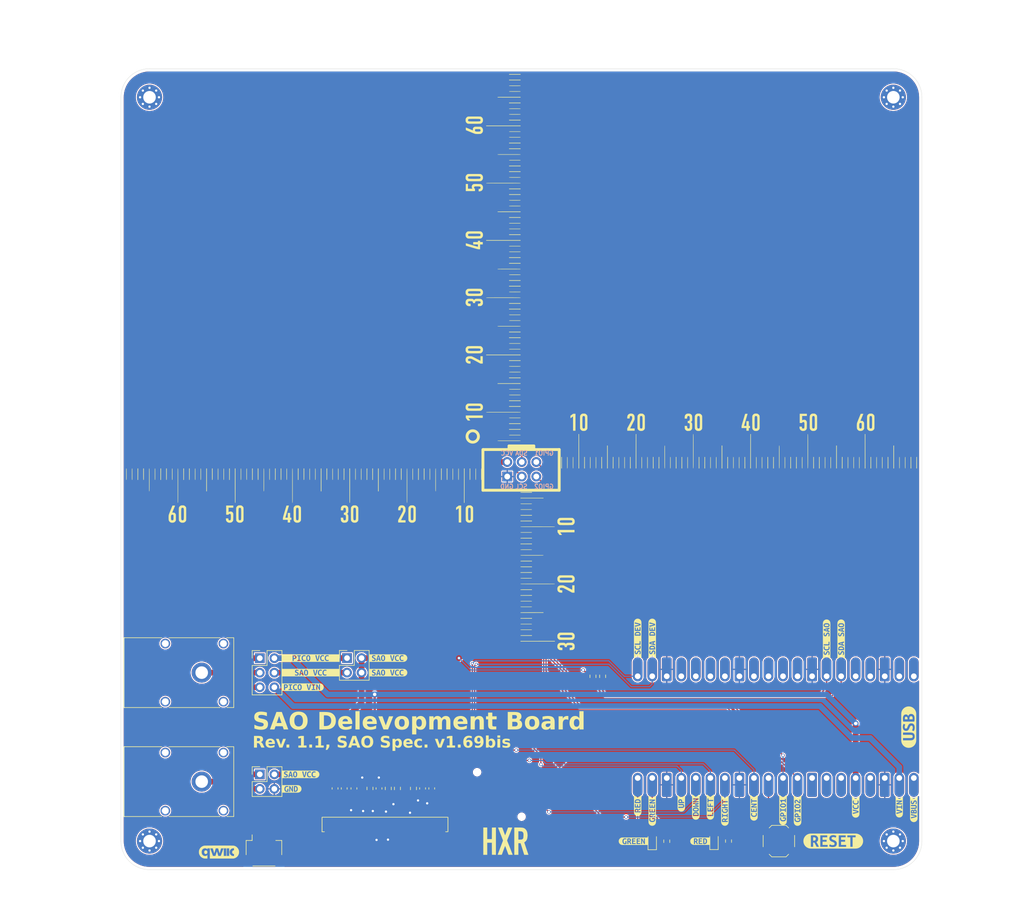
<source format=kicad_pcb>
(kicad_pcb (version 20241010) (generator "pcbnew") (generator_version "8.99")
  (title_block (title "SAO Dev Board") (date "2024-10-15") (rev "1.1") (company "HXR.DK"))
  (layers (0 "F.Cu" signal) (2 "B.Cu" signal) (13 "F.Paste" user) (15 "B.Paste" user) (5 "F.SilkS" user "F.Silkscreen") (7 "B.SilkS" user "B.Silkscreen") (1 "F.Mask" user) (3 "B.Mask" user) (25 "Edge.Cuts" user))
  (net 0 "")
  (net 1 "Net-(OLEDM1-CAP2P)")
  (net 2 "Net-(OLEDM1-CAP2N)")
  (net 3 "Net-(OLEDM1-CAP1N)")
  (net 4 "Net-(OLEDM1-CAP1P)")
  (net 5 "VCC")
  (net 6 "Net-(OLEDM1-BS0)")
  (net 7 "Net-(OLEDM1-VCC)")
  (net 8 "GND")
  (net 9 "Net-(OLEDM1-RES#)")
  (net 10 "Net-(OLEDM1-VCOMH)")
  (net 11 "Net-(D1-A)")
  (net 12 "Net-(D2-A)")
  (net 13 "Net-(J1-Pin_1)")
  (net 14 "Net-(J2-Pin_1)")
  (net 15 "PICO_VIN")
  (net 16 "Net-(J3-Pin_4)")
  (net 17 "SAO_VCC")
  (net 18 "I2C0_SDA")
  (net 19 "I2C0_SCL")
  (net 20 "/RPi Pico X/GP13")
  (net 21 "/RPi Pico X/GP2")
  (net 22 "/RPi Pico X/GP6")
  (net 23 "/RPi Pico X/GP7")
  (net 24 "/RPi Pico X/GP1")
  (net 25 "BTN_LEFT")
  (net 26 "/RPi Pico X/GP11")
  (net 27 "/RPi Pico X/GP3")
  (net 28 "/RPi Pico X/GP0")
  (net 29 "/RPi Pico X/GP8")
  (net 30 "LED_GREEN")
  (net 31 "/RPi Pico X/GP12")
  (net 32 "/RPi Pico X/GP10")
  (net 33 "LED_RED")
  (net 34 "/RPi Pico X/GP9")
  (net 35 "/RPi Pico X/GP28_A2")
  (net 36 "/RPi Pico X/ADC_VREF")
  (net 37 "VBUS")
  (net 38 "/RPi Pico X/3V3_EN")
  (net 39 "/RPi Pico X/RUN")
  (net 40 "GNDA")
  (net 43 "Net-(OLEDM1-IREF)")
  (net 45 "I2C1_SDA")
  (net 46 "I2C1_SCL")
  (net 47 "BTN_UP")
  (net 48 "BTN_CENTER")
  (net 49 "BTN_RIGHT")
  (net 50 "BTN_DOWN")
  (net 51 "SAO_GPIO2")
  (net 52 "SAO_GPIO1")
  (footprint "kibuzzard-66F982A7" (layer "F.Cu") (at 76.759 133.02)
    (property "Reference" "kibuzzard-66F982A7" (hide yes))
    (property "Value" "G***" (hide yes))
  )
  (footprint "Capacitor_SMD:C_0603_1608Metric" (layer "F.Cu") (at 75.108 155.8 -90)
    (property "Reference" "C5" (hide yes))
    (property "Value" "100nF")
  )
  (footprint "kibuzzard-66F980B1" (layer "F.Cu") (at 131.242 165.024)
    (property "Reference" "kibuzzard-66F980B1" (hide yes))
    (property "Value" "G***" (hide yes))
  )
  (footprint "Buttons:TE-2425755-1" (layer "F.Cu") (at 100 153 -45)
    (property "Reference" "SW1" (hide yes))
    (property "Value" "5-Way_Switch")
  )
  (footprint "kibuzzard-66F982A7" (layer "F.Cu") (at 61.392 153.34)
    (property "Reference" "kibuzzard-66F982A7" (hide yes))
    (property "Value" "G***" (hide yes))
  )
  (footprint "LOGO" (layer "F.Cu") (at 100 81.4)
    (property "Reference" "G***" (hide yes))
    (property "Value" "LOGO" (hide yes))
  )
  (footprint "Connector_PinSocket_2.54mm:PinSocket_1x20_P2.54mm_Vertical" (layer "F.Cu") (at 120.32 153.974999 90)
    (property "Reference" "J8" (hide yes))
    (property "Value" "Conn_01x20_Socket")
  )
  (footprint "kibuzzard-66F97FD1" (layer "F.Cu") (at 133.02 159.055 90)
    (property "Reference" "kibuzzard-66F97FD1" (hide yes))
    (property "Value" "G***" (hide yes))
  )
  (footprint "kibuzzard-66F9817D" (layer "F.Cu") (at 153.34 129.718 90)
    (property "Reference" "kibuzzard-66F9817D" (hide yes))
    (property "Value" "G***" (hide yes))
  )
  (footprint "kibuzzard-66F982C8" (layer "F.Cu") (at 59.868 155.88)
    (property "Reference" "kibuzzard-66F982C8" (hide yes))
    (property "Value" "G***" (hide yes))
  )
  (footprint "kibuzzard-66F97FDE" (layer "F.Cu") (at 135.56 159.69 90)
    (property "Reference" "kibuzzard-66F97FDE" (hide yes))
    (property "Value" "G***" (hide yes))
  )
  (footprint "Resistor_SMD:R_0603_1608Metric" (layer "F.Cu") (at 112.5 136.2 -90)
    (property "Reference" "R1" (hide yes))
    (property "Value" "3.3k")
  )
  (footprint "Capacitor_SMD:C_0603_1608Metric" (layer "F.Cu") (at 70.728 155.8 -90)
    (property "Reference" "C3" (hide yes))
    (property "Value" "1uF")
  )
  (footprint "kibuzzard-66F98024" (layer "F.Cu") (at 140.64 159.182 90)
    (property "Reference" "kibuzzard-66F98024" (hide yes))
    (property "Value" "G***" (hide yes))
  )
  (footprint "MountingHole:MountingHole_2.2mm_M2_Pad_Via" (layer "F.Cu") (at 165 35)
    (property "Reference" "REF**" (hide yes))
    (property "Value" "MountingHole_2.2mm_M2_Pad_Via")
  )
  (footprint "Resistor_SMD:R_0603_1608Metric" (layer "F.Cu") (at 76.728 155.8 -90)
    (property "Reference" "R7" (hide yes))
    (property "Value" "10K")
  )
  (footprint "kibuzzard-66F98571" (layer "F.Cu") (at 167.691 145.085 90)
    (property "Reference" "kibuzzard-66F98571" (hide yes))
    (property "Value" "G***" (hide yes))
  )
  (footprint "Connector:Banana_Cliff_FCR7350B_S16N-PC_Horizontal" (layer "F.Cu") (at 44.12 154.61)
    (property "Reference" "J2" (hide yes))
    (property "Value" "4mm Banana, black")
  )
  (footprint "kibuzzard-66F982DE" (layer "F.Cu") (at 61.773 138.1)
    (property "Reference" "kibuzzard-66F982DE" (hide yes))
    (property "Value" "G***" (hide yes))
  )
  (footprint "Connector_PinHeader_2.54mm:PinHeader_2x02_P2.54mm_Vertical" (layer "F.Cu") (at 54.275 153.335)
    (property "Reference" "J4" (hide yes))
    (property "Value" "Conn_02x02_Odd_Even")
  )
  (footprint "Connector_PinHeader_2.54mm:PinHeader_2x02_P2.54mm_Vertical" (layer "F.Cu") (at 69.52 133.02)
    (property "Reference" "J5" (hide yes))
    (property "Value" "Conn_02x02_Odd_Even")
  )
  (footprint "Connector_PinHeader_2.54mm:PinHeader_2x03_P2.54mm_Vertical" (layer "F.Cu") (at 54.275 133.035)
    (property "Reference" "J3" (hide yes))
    (property "Value" "Conn_02x03_Odd_Even")
  )
  (footprint "kibuzzard-66F984DA" (layer "F.Cu") (at 63.17 133.02)
    (property "Reference" "kibuzzard-66F984DA" (hide yes))
    (property "Value" "G***" (hide yes))
  )
  (footprint "Resistor_SMD:R_0603_1608Metric" (layer "F.Cu") (at 78.328 155.8 -90)
    (property "Reference" "R6" (hide yes))
    (property "Value" "10K")
  )
  (footprint "Resistor_SMD:R_0603_1608Metric" (layer "F.Cu") (at 125.4 165.024 90)
    (property "Reference" "R3" (hide yes))
    (property "Value" "1k" (hide yes))
  )
  (footprint "kibuzzard-670E5189" (layer "F.Cu") (at 166.04 159.055 90)
    (property "Reference" "kibuzzard-670E5189" (hide yes))
    (property "Value" "G***" (hide yes))
  )
  (footprint "Capacitor_SMD:C_0603_1608Metric" (layer "F.Cu") (at 67.428 155.8 -90)
    (property "Reference" "C1" (hide yes))
    (property "Value" "1uF")
  )
  (footprint "kibuzzard-66F97F94" (layer "F.Cu") (at 122.86 159.69 90)
    (property "Reference" "kibuzzard-66F97F94" (hide yes))
    (property "Value" "G***" (hide yes))
  )
  (footprint "kibuzzard-66F97F8D" (layer "F.Cu") (at 120.32 158.801 90)
    (property "Reference" "kibuzzard-66F97F8D" (hide yes))
    (property "Value" "G***" (hide yes))
  )
  (footprint "kibuzzard-670E5162" (layer "F.Cu") (at 158.42 159.055 90)
    (property "Reference" "kibuzzard-670E5162" (hide yes))
    (property "Value" "G***" (hide yes))
  )
  (footprint "Aesthetics:HXR_logo_small" (layer "F.Cu") (at 100 165)
    (property "Reference" "G***" (hide yes))
    (property "Value" "LOGO" (hide yes))
  )
  (footprint "badgelife_sao_v169bis:Badgelife-SAOv169-BADGE-2x3" (layer "F.Cu") (at 100 100)
    (property "Reference" "X1" (hide yes))
    (property "Value" "sao_v169bis")
  )
  (footprint "Resistor_SMD:R_0603_1608Metric" (layer "F.Cu") (at 114.2 136.2 -90)
    (property "Reference" "R2" (hide yes))
    (property "Value" "3.3k")
  )
  (footprint "kibuzzard-66F97F40" (layer "F.Cu") (at 148.26 159.69 90)
    (property "Reference" "kibuzzard-66F97F40" (hide yes))
    (property "Value" "G***" (hide yes))
  )
  (footprint "Resistor_SMD:R_0603_1608Metric" (layer "F.Cu") (at 73.528 155.8 -90)
    (property "Reference" "R5" (hide yes))
    (property "Value" "10K")
  )
  (footprint "LOGO" (layer "F.Cu") (at 47.1 166.9)
    (property "Reference" "G***" (hide yes))
    (property "Value" "LOGO" (hide yes))
  )
  (footprint "kibuzzard-66F982A7" (layer "F.Cu") (at 76.759 135.56)
    (property "Reference" "kibuzzard-66F982A7" (hide yes))
    (property "Value" "G***" (hide yes))
  )
  (footprint "Resistor_SMD:R_0603_1608Metric" (layer "F.Cu") (at 136.195 165 90)
    (property "Reference" "R4" (hide yes))
    (property "Value" "1k" (hide yes))
  )
  (footprint "Capacitor_SMD:C_0603_1608Metric" (layer "F.Cu") (at 82.728 155.8 90)
    (property "Reference" "C6" (hide yes))
    (property "Value" "10uF")
  )
  (footprint "kibuzzard-66F981A0" (layer "F.Cu") (at 120.32 129.591 90)
    (property "Reference" "kibuzzard-66F981A0" (hide yes))
    (property "Value" "G***" (hide yes))
  )
  (footprint "kibuzzard-66F983EF" (layer "F.Cu") (at 63.17 135.56)
    (property "Reference" "kibuzzard-66F983EF" (hide yes))
    (property "Value" "G***" (hide yes))
  )
  (footprint "kibuzzard-66F97F28" (layer "F.Cu") (at 145.72 159.563 90)
    (property "Reference" "kibuzzard-66F97F28" (hide yes))
    (property "Value" "G***" (hide yes))
  )
  (footprint "LED_SMD:LED_0603_1608Metric" (layer "F.Cu") (at 122.86 165.024 90)
    (property "Reference" "D1" (hide yes))
    (property "Value" "LED_GREEN")
  )
  (footprint "kibuzzard-670E5178" (layer "F.Cu") (at 168.58 159.436 90)
    (property "Reference" "kibuzzard-670E5178" (hide yes))
    (property "Value" "G***" (hide yes))
  )
  (footprint "Capacitor_SMD:C_0603_1608Metric" (layer "F.Cu") (at 84.328 155.8 90)
    (property "Reference" "C4" (hide yes))
    (property "Value" "2.2uF")
  )
  (footprint "kibuzzard-66F97EBB" (layer "F.Cu") (at 154.5 165)
    (property "Reference" "kibuzzard-66F97EBB" (hide yes))
    (property "Value" "G***" (hide yes))
  )
  (footprint "kibuzzard-66F9816D" (layer "F.Cu") (at 155.88 129.718 90)
    (property "Reference" "kibuzzard-66F9816D" (hide yes))
    (property "Value" "G***" (hide yes))
  )
  (footprint "Connector:Banana_Cliff_FCR7350R_S16N-PC_Horizontal" (layer "F.Cu") (at 44.12 135.56)
    (property "Reference" "J1" (hide yes))
    (property "Value" "4mm Banana, red")
  )
  (footprint "LED_SMD:LED_0603_1608Metric" (layer "F.Cu") (at 133.655 165 90)
    (property "Reference" "D2" (hide yes))
    (property "Value" "LED_RED")
  )
  (footprint "Capacitor_SMD:C_0603_1608Metric" (layer "F.Cu") (at 69.028 155.8 -90)
    (property "Reference" "C2" (hide yes))
    (property "Value" "1uF")
  )
  (footprint "Button_Switch_SMD:SW_SPST_TL3342" (layer "F.Cu") (at 145 165 180)
    (property "Reference" "SW2" (hide yes))
    (property "Value" "TS5220A")
  )
  (footprint "kibuzzard-66F98199" (layer "F.Cu") (at 122.86 129.591 90)
    (property "Reference" "kibuzzard-66F98199" (hide yes))
    (property "Value" "G***" (hide yes))
  )
  (footprint "Connector_JST:JST_SH_SM04B-SRSS-TB_1x04-1MP_P1.00mm_Horizontal" (layer "F.Cu") (at 55 166.675)
    (property "Reference" "J6" (hide yes))
    (property "Value" "LCSC C145956")
  )
  (footprint "Opto:IROP055-SSD1306Z-PADS-ONLY" (layer "F.Cu") (at 76.158 163.37)
    (property "Reference" "OLEDM1" (hide yes))
    (property "Value" "SSD1306")
  )
  (footprint "Connector_PinSocket_2.54mm:PinSocket_1x20_P2.54mm_Vertical" (layer "F.Cu") (at 168.58 136.195 -90)
    (property "Reference" "J7" (hide yes))
    (property "Value" "Conn_01x20_Socket")
  )
  (footprint "Resistor_SMD:R_0603_1608Metric" (layer "F.Cu") (at 81.128 155.8 90)
    (property "Reference" "R8" (hide yes))
    (property "Value" "330K")
  )
  (footprint "kibuzzard-66F98092" (layer "F.Cu") (at 119.558 165.024)
    (property "Reference" "kibuzzard-66F98092" (hide yes))
    (property "Value" "G***" (hide yes))
  )
  (footprint "kibuzzard-66F97FA0" (layer "F.Cu") (at 127.94 158.42 90)
    (property "Reference" "kibuzzard-66F97FA0" (hide yes))
    (property "Value" "G***" (hide yes))
  )
  (footprint "MountingHole:MountingHole_2.2mm_M2_Pad_Via" (layer "F.Cu") (at 35 165)
    (property "Reference" "REF**" (hide yes))
    (property "Value" "MountingHole_2.2mm_M2_Pad_Via")
  )
  (footprint "MountingHole:MountingHole_2.2mm_M2_Pad_Via" (layer "F.Cu") (at 165 165)
    (property "Reference" "REF**" (hide yes))
    (property "Value" "MountingHole_2.2mm_M2_Pad_Via")
  )
  (footprint "kibuzzard-66F97FBA" (layer "F.Cu") (at 130.48 159.055 90)
    (property "Reference" "kibuzzard-66F97FBA" (hide yes))
    (property "Value" "G***" (hide yes))
  )
  (footprint "MountingHole:MountingHole_2.2mm_M2_Pad_Via" (layer "F.Cu") (at 35 35)
    (property "Reference" "REF**" (hide yes))
    (property "Value" "MountingHole_2.2mm_M2_Pad_Via")
  )
  (gr_line (start 30 35) (end 30 165) (stroke (width 0.05)) (layer "Edge.Cuts"))
  (gr_line (start 165 30) (end 35 30) (stroke (width 0.05)) (layer "Edge.Cuts"))
  (gr_arc (start 30 35) (mid 31.464466 31.464466) (end 35 30) (stroke (width 0.05)) (layer "Edge.Cuts"))
  (gr_arc (start 170 165) (mid 168.535534 168.535534) (end 165 170) (stroke (width 0.05)) (layer "Edge.Cuts"))
  (gr_arc (start 35 170) (mid 31.464466 168.535534) (end 30 165) (stroke (width 0.05)) (layer "Edge.Cuts"))
  (gr_arc (start 165 30) (mid 168.535534 31.464466) (end 170 35) (stroke (width 0.05)) (layer "Edge.Cuts"))
  (gr_line (start 35 170) (end 165 170) (stroke (width 0.05)) (layer "Edge.Cuts"))
  (gr_line (start 170 165) (end 170 35) (stroke (width 0.05)) (layer "Edge.Cuts"))
  (gr_text "SAO Delevopment Board" (at 53 146 0) (layer "F.SilkS") (effects (font (size 3 3) (thickness 0.2) (bold yes)) (justify left bottom)))
  (gr_text "Rev. 1.1, SAO Spec. v1.69bis" (at 53 149 0) (layer "F.SilkS") (effects (font (size 2 2) (thickness 0.2) (bold yes)) (justify left bottom)))
  (segment (start 66.708 162.67) (end 66.653 162.615) (width 0.2) (layer "F.Cu") (net 1))
  (segment (start 66.653 162.615) (end 66.653 155.799999) (width 0.2) (layer "F.Cu") (net 1))
  (segment (start 66.653 155.799999) (end 67.428 155.024999) (width 0.2) (layer "F.Cu") (net 1))
  (segment (start 67.408 156.595001) (end 67.428 156.575001) (width 0.2) (layer "F.Cu") (net 2))
  (segment (start 67.408 162.67) (end 67.408 156.595001) (width 0.2) (layer "F.Cu") (net 2))
  (segment (start 68.808 158.42) (end 69.028 158.2) (width 0.2) (layer "F.Cu") (net 3))
  (segment (start 69.028 158.2) (end 69.028 156.575001) (width 0.2) (layer "F.Cu") (net 3))
  (segment (start 68.808 162.67) (end 68.808 158.42) (width 0.2) (layer "F.Cu") (net 3))
  (segment (start 68.253 158.3) (end 68.253 155.799999) (width 0.2) (layer "F.Cu") (net 4))
  (segment (start 68.108 162.67) (end 68.108 158.445) (width 0.2) (layer "F.Cu") (net 4))
  (segment (start 68.253 155.799999) (end 69.028 155.024999) (width 0.2) (layer "F.Cu") (net 4))
  (segment (start 68.108 158.445) (end 68.253 158.3) (width 0.2) (layer "F.Cu") (net 4))
  (segment (start 78.328 154.975) (end 78.328 153.6) (width 0.4) (layer "F.Cu") (net 5))
  (segment (start 69.928 155.824999) (end 70.728 155.024999) (width 0.2) (layer "F.Cu") (net 5))
  (segment (start 69.508 158.57) (end 69.928 158.15) (width 0.2) (layer "F.Cu") (net 5))
  (segment (start 74.35 152.75) (end 74.35 139.37) (width 0.4) (layer "F.Cu") (net 5))
  (segment (start 73.528 152.75) (end 71.628 152.75) (width 0.4) (layer "F.Cu") (net 5))
  (segment (start 71.628 152.75) (end 70.728 153.65) (width 0.4) (layer "F.Cu") (net 5))
  (segment (start 72.728 157.012648) (end 72.728 155.775) (width 0.2) (layer "F.Cu") (net 5))
  (segment (start 64.1 153.65) (end 54.5 163.25) (width 0.4) (layer "F.Cu") (net 5))
  (segment (start 71.608 155.904999) (end 70.728 155.024999) (width 0.2) (layer "F.Cu") (net 5))
  (segment (start 73.008 162.67) (end 73.008 157.292648) (width 0.2) (layer "F.Cu") (net 5))
  (segment (start 69.928 158.15) (end 69.928 155.824999) (width 0.2) (layer "F.Cu") (net 5))
  (segment (start 63.145 133.035) (end 63.165 133.015) (width 1) (layer "F.Cu") (net 5))
  (segment (start 77.478 152.75) (end 73.528 152.75) (width 0.4) (layer "F.Cu") (net 5))
  (segment (start 158.419999 144.450001) (end 158.419999 153.974999) (width 1) (layer "F.Cu") (net 5))
  (segment (start 70.728 153.65) (end 64.1 153.65) (width 0.4) (layer "F.Cu") (net 5))
  (segment (start 73.528 152.75) (end 73.528 154.975) (width 0.4) (layer "F.Cu") (net 5))
  (segment (start 70.728 153.65) (end 70.728 155.024999) (width 0.4) (layer "F.Cu") (net 5))
  (segment (start 69.508 162.67) (end 69.508 158.57) (width 0.2) (layer "F.Cu") (net 5))
  (segment (start 72.728 155.775) (end 73.528 154.975) (width 0.2) (layer "F.Cu") (net 5))
  (segment (start 56.815 133.035) (end 63.145 133.035) (width 1) (layer "F.Cu") (net 5))
  (segment (start 76.728 154.975) (end 78.328 154.975) (width 0.4) (layer "F.Cu") (net 5))
  (segment (start 78.328 153.6) (end 77.478 152.75) (width 0.4) (layer "F.Cu") (net 5))
  (segment (start 63.17 133.02) (end 69.52 133.02) (width 1) (layer "F.Cu") (net 5))
  (segment (start 63.165 133.015) (end 63.17 133.02) (width 1) (layer "F.Cu") (net 5))
  (segment (start 73.008 157.292648) (end 72.728 157.012648) (width 0.2) (layer "F.Cu") (net 5))
  (segment (start 54.5 163.25) (end 54.5 164.675) (width 0.4) (layer "F.Cu") (net 5))
  (segment (start 71.608 162.67) (end 71.608 155.904999) (width 0.2) (layer "F.Cu") (net 5))
  (via (at 158.419999 144.450001) (size 1) (drill 0.6) (layers "F.Cu" "B.Cu") (net 5))
  (via (at 74.35 139.37) (size 1) (drill 0.6) (layers "F.Cu" "B.Cu") (net 5))
  (segment (start 66.17 139.37) (end 153.339998 139.37) (width 1) (layer "B.Cu") (net 5))
  (segment (start 56.815 133.035) (end 59.835 133.035) (width 1) (layer "B.Cu") (net 5))
  (segment (start 153.339998 139.37) (end 158.419999 144.450001) (width 1) (layer "B.Cu") (net 5))
  (segment (start 59.835 133.035) (end 66.17 139.37) (width 1) (layer "B.Cu") (net 5))
  (segment (start 70.908 164.28) (end 70.908 162.67) (width 0.2) (layer "F.Cu") (net 6))
  (segment (start 71.228 164.6) (end 70.908 164.28) (width 0.2) (layer "F.Cu") (net 6))
  (segment (start 70.908 158.48) (end 70.728 158.3) (width 0.2) (layer "F.Cu") (net 6))
  (segment (start 73.428 164.6) (end 72.328 164.6) (width 0.2) (layer "F.Cu") (net 6))
  (segment (start 70.728 158.3) (end 70.728 156.575001) (width 0.2) (layer "F.Cu") (net 6))
  (segment (start 73.708 162.67) (end 73.708 164.32) (width 0.2) (layer "F.Cu") (net 6))
  (segment (start 72.328 164.6) (end 71.228 164.6) (width 0.2) (layer "F.Cu") (net 6))
  (segment (start 73.708 164.32) (end 73.428 164.6) (width 0.2) (layer "F.Cu") (net 6))
  (segment (start 70.908 162.67) (end 70.908 158.48) (width 0.2) (layer "F.Cu") (net 6))
  (segment (start 72.308 164.58) (end 72.328 164.6) (width 0.2) (layer "F.Cu") (net 6))
  (segment (start 72.308 162.67) (end 72.308 164.58) (width 0.2) (layer "F.Cu") (net 6))
  (segment (start 84.328 159.9) (end 84.328 156.575001) (width 0.2) (layer "F.Cu") (net 7))
  (segment (start 84.908 160.48) (end 84.328 159.9) (width 0.2) (layer "F.Cu") (net 7))
  (segment (start 84.908 162.67) (end 84.908 160.48) (width 0.2) (layer "F.Cu") (net 7))
  (via (at 81.928 157.9) (size 0.6) (drill 0.4) (layers "F.Cu" "B.Cu") (net 8))
  (via (at 80.528 160.05) (size 0.6) (drill 0.4) (layers "F.Cu" "B.Cu") (net 8))
  (via (at 76.328 159.85) (size 0.6) (drill 0.4) (layers "F.Cu" "B.Cu") (net 8))
  (via (at 76.678 164.75) (size 0.6) (drill 0.4) (layers "F.Cu" "B.Cu") (net 8))
  (via (at 70.228 159.6) (size 0.6) (drill 0.4) (layers "F.Cu" "B.Cu") (net 8))
  (via (at 72.328 159.75) (size 0.6) (drill 0.4) (layers "F.Cu" "B.Cu") (net 8))
  (via (at 74.678 164.8) (size 0.6) (drill 0.4) (layers "F.Cu" "B.Cu") (net 8))
  (via (at 83.528 158.4) (size 0.6) (drill 0.4) (layers "F.Cu" "B.Cu") (net 8))
  (via (at 77.628 158.55) (size 0.6) (drill 0.4) (layers "F.Cu" "B.Cu") (net 8))
  (via (at 75.078 153.9) (size 0.6) (drill 0.4) (layers "F.Cu" "B.Cu") (net 8))
  (via (at 74.028 159.75) (size 0.6) (drill 0.4) (layers "F.Cu" "B.Cu") (net 8))
  (via (at 72.178 153.9) (size 0.6) (drill 0.4) (layers "F.Cu" "B.Cu") (net 8))
  (segment (start 73.577999 156.575001) (end 73.528 156.625) (width 0.2) (layer "F.Cu") (net 9))
  (segment (start 75.108 156.575001) (end 73.577999 156.575001) (width 0.2) (layer "F.Cu") (net 9))
  (segment (start 75.108 156.645) (end 75.128 156.625) (width 0.2) (layer "F.Cu") (net 9))
  (segment (start 75.108 162.67) (end 75.108 156.645) (width 0.2) (layer "F.Cu") (net 9))
  (segment (start 84.208 162.67) (end 84.208 160.48) (width 0.2) (layer "F.Cu") (net 10))
  (segment (start 82.728 159) (end 82.728 156.575001) (width 0.2) (layer "F.Cu") (net 10))
  (segment (start 84.208 160.48) (end 82.728 159) (width 0.2) (layer "F.Cu") (net 10))
  (segment (start 122.86 164.236499) (end 125.362501 164.236499) (width 0.2) (layer "F.Cu") (net 11))
  (segment (start 125.362501 164.236499) (end 125.4 164.199) (width 0.2) (layer "F.Cu") (net 11))
  (segment (start 136.157501 164.212499) (end 136.195 164.175) (width 0.2) (layer "F.Cu") (net 12))
  (segment (start 133.655 164.212499) (end 136.157501 164.212499) (width 0.2) (layer "F.Cu") (net 12))
  (segment (start 53.025 138.115) (end 50.47 135.56) (width 1) (layer "F.Cu") (net 13))
  (segment (start 54.275 138.115) (end 53.025 138.115) (width 1) (layer "F.Cu") (net 13))
  (segment (start 52.995 133.035) (end 50.47 135.56) (width 1) (layer "F.Cu") (net 13))
  (segment (start 54.26 135.56) (end 54.275 135.575) (width 0.4) (layer "F.Cu") (net 13))
  (segment (start 54.275 133.035) (end 52.995 133.035) (width 1) (layer "F.Cu") (net 13))
  (segment (start 44.12 135.56) (end 50.47 135.56) (width 1) (layer "F.Cu") (net 13))
  (segment (start 50.47 135.56) (end 54.26 135.56) (width 1) (layer "F.Cu") (net 13))
  (segment (start 52.37 155.875) (end 54.275 155.875) (width 1) (layer "F.Cu") (net 14))
  (segment (start 51.105 154.61) (end 52.37 155.875) (width 1) (layer "F.Cu") (net 14))
  (segment (start 54.275 153.335) (end 52.38 153.335) (width 1) (layer "F.Cu") (net 14))
  (segment (start 44.12 154.61) (end 51.105 154.61) (width 1) (layer "F.Cu") (net 14))
  (segment (start 52.38 153.335) (end 51.105 154.61) (width 1) (layer "F.Cu") (net 14))
  (segment (start 56.815 138.115) (end 60.1 141.4) (width 1) (layer "B.Cu") (net 15))
  (segment (start 160.96 146.99) (end 166.040002 152.070002) (width 1) (layer "B.Cu") (net 15))
  (segment (start 166.040002 152.070002) (end 166.040002 153.975) (width 1) (layer "B.Cu") (net 15))
  (segment (start 157.785 146.99) (end 160.96 146.99) (width 1) (layer "B.Cu") (net 15))
  (segment (start 152.195 141.4) (end 157.785 146.99) (width 1) (layer "B.Cu") (net 15))
  (segment (start 60.1 141.4) (end 152.195 141.4) (width 1) (layer "B.Cu") (net 15))
  (segment (start 63.165 135.555) (end 63.17 135.56) (width 1) (layer "F.Cu") (net 16))
  (segment (start 63.145 135.575) (end 63.165 135.555) (width 1) (layer "F.Cu") (net 16))
  (segment (start 63.17 135.56) (end 69.52 135.56) (width 1) (layer "F.Cu") (net 16))
  (segment (start 56.815 135.575) (end 63.145 135.575) (width 1) (layer "F.Cu") (net 16))
  (segment (start 72.06 135.56) (end 72.06 133.02) (width 1) (layer "F.Cu") (net 17))
  (segment (start 72.06 140.84) (end 72.06 135.56) (width 1) (layer "F.Cu") (net 17))
  (segment (start 59.565 153.335) (end 72.06 140.84) (width 1) (layer "F.Cu") (net 17))
  (segment (start 112.5 135.375) (end 111.075 135.375) (width 0.2) (layer "F.Cu") (net 17))
  (segment (start 114.2 135.375) (end 112.5 135.375) (width 0.2) (layer "F.Cu") (net 17))
  (segment (start 94.2 127.9) (end 94.2 100.8) (width 1) (layer "F.Cu") (net 17))
  (segment (start 89.08 133.02) (end 94.2 127.9) (width 1) (layer "F.Cu") (net 17))
  (segment (start 94.2 100.8) (end 96.25 98.75) (width 1) (layer "F.Cu") (net 17))
  (segment (start 96.25 98.75) (end 97.52 98.75) (width 1) (layer "F.Cu") (net 17))
  (segment (start 72.06 133.02) (end 89.08 133.02) (width 1) (layer "F.Cu") (net 17))
  (segment (start 56.815 153.335) (end 59.565 153.335) (width 1) (layer "F.Cu") (net 17))
  (segment (start 111.075 135.375) (end 110.8 135.1) (width 0.2) (layer "F.Cu") (net 17))
  (via (at 110.8 135.1) (size 0.6) (drill 0.4) (layers "F.Cu" "B.Cu") (net 17))
  (via (at 89.08 133.02) (size 0.6) (drill 0.4) (layers "F.Cu" "B.Cu") (net 17))
  (segment (start 110.8 135.1) (end 91.16 135.1) (width 0.2) (layer "B.Cu") (net 17))
  (segment (start 91.16 135.1) (end 89.08 133.02) (width 0.2) (layer "B.Cu") (net 17))
  (segment (start 155.880001 138.019999) (end 154.2 139.7) (width 0.2) (layer "F.Cu") (net 18))
  (segment (start 100.5 97) (end 100.06 97.44) (width 0.2) (layer "F.Cu") (net 18))
  (segment (start 114.6 139.7) (end 112.5 137.6) (width 0.2) (layer "F.Cu") (net 18))
  (segment (start 112.5 137.025) (end 108.925 137.025) (width 0.2) (layer "F.Cu") (net 18))
  (segment (start 100.06 97.44) (end 100.06 98.75) (width 0.2) (layer "F.Cu") (net 18))
  (segment (start 112.5 137.6) (end 112.5 137.025) (width 0.2) (layer "F.Cu") (net 18))
  (segment (start 104.7 132.8) (end 104.7 97.865686) (width 0.2) (layer "F.Cu") (net 18))
  (segment (start 104.7 97.865686) (end 103.834314 97) (width 0.2) (layer "F.Cu") (net 18))
  (segment (start 154.2 139.7) (end 114.6 139.7) (width 0.2) (layer "F.Cu") (net 18))
  (segment (start 155.880001 136.195) (end 155.880001 138.019999) (width 0.2) (layer "F.Cu") (net 18))
  (segment (start 103.834314 97) (end 100.5 97) (width 0.2) (layer "F.Cu") (net 18))
  (segment (start 108.925 137.025) (end 104.7 132.8) (width 0.2) (layer "F.Cu") (net 18))
  (segment (start 152.2 139.3) (end 114.8 139.3) (width 0.2) (layer "F.Cu") (net 19))
  (segment (start 98.8 100.03) (end 100.06 101.29) (width 0.2) (layer "F.Cu") (net 19))
  (segment (start 98.8 97.9) (end 98.8 100.03) (width 0.2) (layer "F.Cu") (net 19))
  (segment (start 113.8 136.2) (end 108.7 136.2) (width 0.2) (layer "F.Cu") (net 19))
  (segment (start 104 96.6) (end 100.1 96.6) (width 0.2) (layer "F.Cu") (net 19))
  (segment (start 105.1 97.7) (end 104 96.6) (width 0.2) (layer "F.Cu") (net 19))
  (segment (start 153.34 136.195) (end 153.34 138.16) (width 0.2) (layer "F.Cu") (net 19))
  (segment (start 105.1 132.6) (end 105.1 97.7) (width 0.2) (layer "F.Cu") (net 19))
  (segment (start 114.2 136.6) (end 113.8 136.2) (width 0.2) (layer "F.Cu") (net 19))
  (segment (start 114.8 139.3) (end 114.2 138.7) (width 0.2) (layer "F.Cu") (net 19))
  (segment (start 100.1 96.6) (end 98.8 97.9) (width 0.2) (layer "F.Cu") (net 19))
  (segment (start 114.2 138.7) (end 114.2 137.025) (width 0.2) (layer "F.Cu") (net 19))
  (segment (start 153.34 138.16) (end 152.2 139.3) (width 0.2) (layer "F.Cu") (net 19))
  (segment (start 108.7 136.2) (end 105.1 132.6) (width 0.2) (layer "F.Cu") (net 19))
  (segment (start 114.2 137.025) (end 114.2 136.6) (width 0.2) (layer "F.Cu") (net 19))
  (segment (start 95.77868 150.9) (end 94.944187 150.065507) (width 0.2) (layer "F.Cu") (net 25))
  (segment (start 101.4 150.9) (end 95.77868 150.9) (width 0.2) (layer "F.Cu") (net 25))
  (via (at 101.4 150.9) (size 0.6) (drill 0.4) (layers "F.Cu" "B.Cu") (net 25))
  (segment (start 101.4 150.9) (end 103.7 150.9) (width 0.2) (layer "B.Cu") (net 25))
  (segment (start 104.3 151.5) (end 131.8 151.5) (width 0.2) (layer "B.Cu") (net 25))
  (segment (start 103.7 150.9) (end 104.3 151.5) (width 0.2) (layer "B.Cu") (net 25))
  (segment (start 133.019999 152.719999) (end 133.019999 153.974999) (width 0.2) (layer "B.Cu") (net 25))
  (segment (start 131.8 151.5) (end 133.019999 152.719999) (width 0.2) (layer "B.Cu") (net 25))
  (segment (start 126.6 165.3) (end 126.6 163.9) (width 0.2) (layer "F.Cu") (net 30))
  (segment (start 125.4 165.849) (end 126.051 165.849) (width 0.2) (layer "F.Cu") (net 30))
  (segment (start 122.860004 160.160004) (end 122.860004 153.975002) (width 0.2) (layer "F.Cu") (net 30))
  (segment (start 126.6 163.9) (end 122.860004 160.160004) (width 0.2) (layer "F.Cu") (net 30))
  (segment (start 126.051 165.849) (end 126.6 165.3) (width 0.2) (layer "F.Cu") (net 30))
  (segment (start 120.32 165.42) (end 120.32 153.974999) (width 0.2) (layer "F.Cu") (net 33))
  (segment (start 136.195 166.505) (end 135.5 167.2) (width 0.2) (layer "F.Cu") (net 33))
  (segment (start 135.5 167.2) (end 122.1 167.2) (width 0.2) (layer "F.Cu") (net 33))
  (segment (start 136.195 165.825) (end 136.195 166.505) (width 0.2) (layer "F.Cu") (net 33))
  (segment (start 122.1 167.2) (end 120.32 165.42) (width 0.2) (layer "F.Cu") (net 33))
  (segment (start 155.88 153.974999) (end 155.9 153.994999) (width 0.2) (layer "B.Cu") (net 36))
  (segment (start 141.85 163.1) (end 141.85 160.385) (width 0.2) (layer "F.Cu") (net 39))
  (segment (start 141.85 163.1) (end 148.15 163.1) (width 0.2) (layer "F.Cu") (net 39))
  (segment (start 143.18 153.975001) (end 143.179998 153.974999) (width 0.2) (layer "F.Cu") (net 39))
  (segment (start 141.85 160.385) (end 143.18 159.055) (width 0.2) (layer "F.Cu") (net 39))
  (segment (start 143.18 159.055) (end 143.18 153.975001) (width 0.2) (layer "F.Cu") (net 39))
  (segment (start 83.508 162.67) (end 83.508 160.48) (width 0.2) (layer "F.Cu") (net 43))
  (segment (start 83.508 160.48) (end 81.128 158.1) (width 0.2) (layer "F.Cu") (net 43))
  (segment (start 81.128 158.1) (end 81.128 156.625) (width 0.2) (layer "F.Cu") (net 43))
  (segment (start 78.608 162.67) (end 78.608 159.6) (width 0.2) (layer "F.Cu") (net 45))
  (segment (start 78.328 157.9) (end 78.328 156.625) (width 0.2) (layer "F.Cu") (net 45))
  (segment (start 91.815978 142.277708) (end 79.928 154.165686) (width 0.2) (layer "F.Cu") (net 45))
  (segment (start 78.608 164.919999) (end 77.227999 166.3) (width 0.2) (layer "F.Cu") (net 45))
  (segment (start 78.608 158.18) (end 78.328 157.9) (width 0.2) (layer "F.Cu") (net 45))
  (segment (start 78.608 164.919999) (end 78.608 162.67) (width 0.2) (layer "F.Cu") (net 45))
  (segment (start 79.308 162.67) (end 79.308 160.3) (width 0.2) (layer "F.Cu") (net 45))
  (segment (start 55.5 165.7) (end 55.5 164.675) (width 0.2) (layer "F.Cu") (net 45))
  (segment (start 79.308 160.3) (end 78.608 159.6) (width 0.2) (layer "F.Cu") (net 45))
  (segment (start 92.1 134.1) (end 91.815978 134.384022) (width 0.2) (layer "F.Cu") (net 45))
  (segment (start 77.227999 166.3) (end 56.1 166.3) (width 0.2) (layer "F.Cu") (net 45))
  (segment (start 79.928 155.9) (end 79.203 156.625) (width 0.2) (layer "F.Cu") (net 45))
  (segment (start 56.1 166.3) (end 55.5 165.7) (width 0.2) (layer "F.Cu") (net 45))
  (segment (start 91.815978 134.384022) (end 91.815978 142.277708) (width 0.2) (layer "F.Cu") (net 45))
  (segment (start 79.203 156.625) (end 78.328 156.625) (width 0.2) (layer "F.Cu") (net 45))
  (segment (start 79.928 154.165686) (end 79.928 155.9) (width 0.2) (layer "F.Cu") (net 45))
  (segment (start 78.608 159.6) (end 78.608 158.18) (width 0.2) (layer "F.Cu") (net 45))
  (via (at 92.1 134.1) (size 0.5) (drill 0.3) (layers "F.Cu" "B.Cu") (net 45))
  (segment (start 115.3 134.1) (end 92.1 134.1) (width 0.2) (layer "B.Cu") (net 45))
  (segment (start 119.2 138) (end 115.3 134.1) (width 0.2) (layer "B.Cu") (net 45))
  (segment (start 122.4 138) (end 119.2 138) (width 0.2) (layer "B.Cu") (net 45))
  (segment (start 122.859998 137.540002) (end 122.4 138) (width 0.2) (layer "B.Cu") (net 45))
  (segment (start 122.859998 136.194999) (end 122.859998 137.540002) (width 0.2) (layer "B.Cu") (net 45))
  (segment (start 76.728 156.625) (end 77.553 155.8) (width 0.2) (layer "F.Cu") (net 46))
  (segment (start 56.499999 164.675001) (end 56.499999 165.699999) (width 0.2) (layer "F.Cu") (net 46))
  (segment (start 79.528 154) (end 91.415978 142.112022) (width 0.2) (layer "F.Cu") (net 46))
  (segment (start 56.7 165.9) (end 77.062314 165.9) (width 0.2) (layer "F.Cu") (net 46))
  (segment (start 77.908 165.054314) (end 77.908 162.67) (width 0.2) (layer "F.Cu") (net 46))
  (segment (start 56.499999 165.699999) (end 56.7 165.9) (width 0.2) (layer "F.Cu") (net 46))
  (segment (start 79.178 155.8) (end 79.528 155.45) (width 0.2) (layer "F.Cu") (net 46))
  (segment (start 77.062314 165.9) (end 77.908 165.054314) (width 0.2) (layer "F.Cu") (net 46))
  (segment (start 91.415978 142.112022) (end 91.415978 133.951283) (width 0.2) (layer "F.Cu") (net 46))
  (segment (start 77.908 160.08) (end 76.728 158.9) (width 0.2) (layer "F.Cu") (net 46))
  (segment (start 77.553 155.8) (end 79.178 155.8) (width 0.2) (layer "F.Cu") (net 46))
  (segment (start 76.728 158.9) (end 76.728 156.625) (width 0.2) (layer "F.Cu") (net 46))
  (segment (start 79.528 155.45) (end 79.528 154) (width 0.2) (layer "F.Cu") (net 46))
  (segment (start 77.908 162.67) (end 77.908 160.08) (width 0.2) (layer "F.Cu") (net 46))
  (via (at 91.415978 133.951283) (size 0.5) (drill 0.3) (layers "F.Cu" "B.Cu") (net 46))
  (segment (start 91.867261 133.5) (end 115.265686 133.5) (width 0.2) (layer "B.Cu") (net 46))
  (segment (start 115.265686 133.5) (end 117.960686 136.195) (width 0.2) (layer "B.Cu") (net 46))
  (segment (start 117.960686 136.195) (end 120.32 136.195) (width 0.2) (layer "B.Cu") (net 46))
  (segment (start 91.415978 133.951283) (end 91.867261 133.5) (width 0.2) (layer "B.Cu") (net 46))
  (segment (start 103.4 151.6) (end 103.4 150.036039) (width 0.2) (layer "F.Cu") (net 47))
  (segment (start 103.4 150.036039) (end 99.179757 145.815796) (width 0.2) (layer "F.Cu") (net 47))
  (via (at 103.4 151.6) (size 0.6) (drill 0.4) (layers "F.Cu" "B.Cu") (net 47))
  (segment (start 127.94 152.6575) (end 127.94 153.974999) (width 0.2) (layer "B.Cu") (net 47))
  (segment (start 127.1825 151.9) (end 127.94 152.6575) (width 0.2) (layer "B.Cu") (net 47))
  (segment (start 103.4 151.6) (end 103.7 151.9) (width 0.2) (layer "B.Cu") (net 47))
  (segment (start 103.7 151.9) (end 127.1825 151.9) (width 0.2) (layer "B.Cu") (net 47))
  (segment (start 98.22132 149.1) (end 99.1 149.1) (width 0.2) (layer "F.Cu") (net 48))
  (segment (start 97.065507 147.944187) (end 98.22132 149.1) (width 0.2) (layer "F.Cu") (net 48))
  (via (at 99.1 149.1) (size 0.6) (drill 0.4) (layers "F.Cu" "B.Cu") (net 48))
  (segment (start 99.1 149.1) (end 137.2 149.1) (width 0.2) (layer "B.Cu") (net 48))
  (segment (start 140.64 152.54) (end 140.64 153.974999) (width 0.2) (layer "B.Cu") (net 48))
  (segment (start 137.2 149.1) (end 140.64 152.54) (width 0.2) (layer "B.Cu") (net 48))
  (segment (start 107.177135 153.813172) (end 114.163963 160.8) (width 0.2) (layer "F.Cu") (net 49))
  (segment (start 114.163963 160.8) (end 118.3 160.8) (width 0.2) (layer "F.Cu") (net 49))
  (via (at 118.3 160.8) (size 0.6) (drill 0.4) (layers "F.Cu" "B.Cu") (net 49))
  (segment (start 135.56 157.74) (end 132.5 160.8) (width 0.2) (layer "B.Cu") (net 49))
  (segment (start 118.3 160.8) (end 132.5 160.8) (width 0.2) (layer "B.Cu") (net 49))
  (segment (start 135.56 157.74) (end 135.56 153.974999) (width 0.2) (layer "B.Cu") (net 49))
  (segment (start 104.77868 159.9) (end 104.8 159.9) (width 0.2) (layer "F.Cu") (net 50))
  (segment (start 102.934493 158.055813) (end 104.77868 159.9) (width 0.2) (layer "F.Cu") (net 50))
  (via (at 104.8 159.9) (size 0.6) (drill 0.4) (layers "F.Cu" "B.Cu") (net 50))
  (segment (start 128.4 159.9) (end 130.48 157.82) (width 0.2) (layer "B.Cu") (net 50))
  (segment (start 104.8 159.9) (end 128.4 159.9) (width 0.2) (layer "B.Cu") (net 50))
  (segment (start 130.48 157.82) (end 130.48 153.975004) (width 0.2) (layer "B.Cu") (net 50))
  (segment (start 110.109314 141.675) (end 135.960001 141.675) (width 0.2) (layer "F.Cu") (net 51))
  (segment (start 102.6 101.29) (end 103.9 102.59) (width 0.2) (layer "F.Cu") (net 51))
  (segment (start 103.9 102.59) (end 103.9 135.465686) (width 0.2) (layer "F.Cu") (net 51))
  (segment (start 135.960001 141.675) (end 148.26 153.974999) (width 0.2) (layer "F.Cu") (net 51))
  (segment (start 103.9 135.465686) (end 110.109314 141.675) (width 0.2) (layer "F.Cu") (net 51))
  (segment (start 104.3 100.45) (end 102.6 98.75) (width 0.2) (layer "F.Cu") (net 52))
  (segment (start 104.3 135.3) (end 104.3 100.45) (width 0.2) (layer "F.Cu") (net 52))
  (segment (start 136.975 141.275) (end 110.275 141.275) (width 0.2) (layer "F.Cu") (net 52))
  (segment (start 145.72 150.02) (end 136.975 141.275) (width 0.2) (layer "F.Cu") (net 52))
  (segment (start 110.275 141.275) (end 104.3 135.3) (width 0.2) (layer "F.Cu") (net 52))
  (via (at 145.72 150.02) (size 0.6) (drill 0.4) (layers "F.Cu" "B.Cu") (net 52))
  (segment (start 145.72 150.02) (end 145.72 153.974999) (width 0.2) (layer "B.Cu") (net 52))
  (zone (net 0) (net_name "") (layer "F.Cu") (connect_pads (clearance 0)) (min_thickness 0.25)
    (keepout (tracks allowed) (vias allowed) (pads allowed) (copperpour not_allowed) (footprints allowed))
    (fill (thermal_gap 0.5) (thermal_bridge_width 0.5))
    (polygon (pts (xy 65.728 163) (xy 86.628 163) (xy 86.628 162.3) (xy 65.728 162.3)))
  )
  (zone (net 8) (net_name "GND") (layers "F&B.Cu") (connect_pads (clearance 0.2)) (min_thickness 0.2) (fill yes (thermal_gap 0.2) (thermal_bridge_width 0.2))
    (polygon (pts (xy 30 30) (xy 170 30) (xy 170 170) (xy 30 170)))
  )
)
</source>
